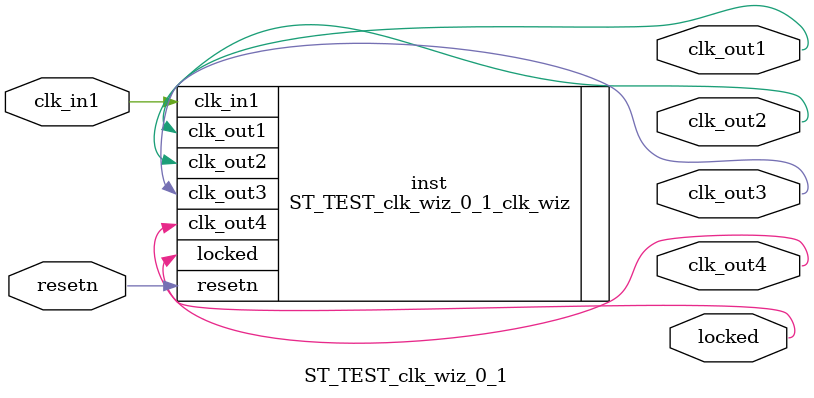
<source format=v>


`timescale 1ps/1ps

(* CORE_GENERATION_INFO = "ST_TEST_clk_wiz_0_1,clk_wiz_v6_0_3_0_0,{component_name=ST_TEST_clk_wiz_0_1,use_phase_alignment=true,use_min_o_jitter=true,use_max_i_jitter=false,use_dyn_phase_shift=false,use_inclk_switchover=false,use_dyn_reconfig=false,enable_axi=0,feedback_source=FDBK_AUTO,PRIMITIVE=MMCM,num_out_clk=4,clkin1_period=6.667,clkin2_period=10.0,use_power_down=false,use_reset=true,use_locked=true,use_inclk_stopped=false,feedback_type=SINGLE,CLOCK_MGR_TYPE=NA,manual_override=false}" *)

module ST_TEST_clk_wiz_0_1 
 (
  // Clock out ports
  output        clk_out1,
  output        clk_out2,
  output        clk_out3,
  output        clk_out4,
  // Status and control signals
  input         resetn,
  output        locked,
 // Clock in ports
  input         clk_in1
 );

  ST_TEST_clk_wiz_0_1_clk_wiz inst
  (
  // Clock out ports  
  .clk_out1(clk_out1),
  .clk_out2(clk_out2),
  .clk_out3(clk_out3),
  .clk_out4(clk_out4),
  // Status and control signals               
  .resetn(resetn), 
  .locked(locked),
 // Clock in ports
  .clk_in1(clk_in1)
  );

endmodule

</source>
